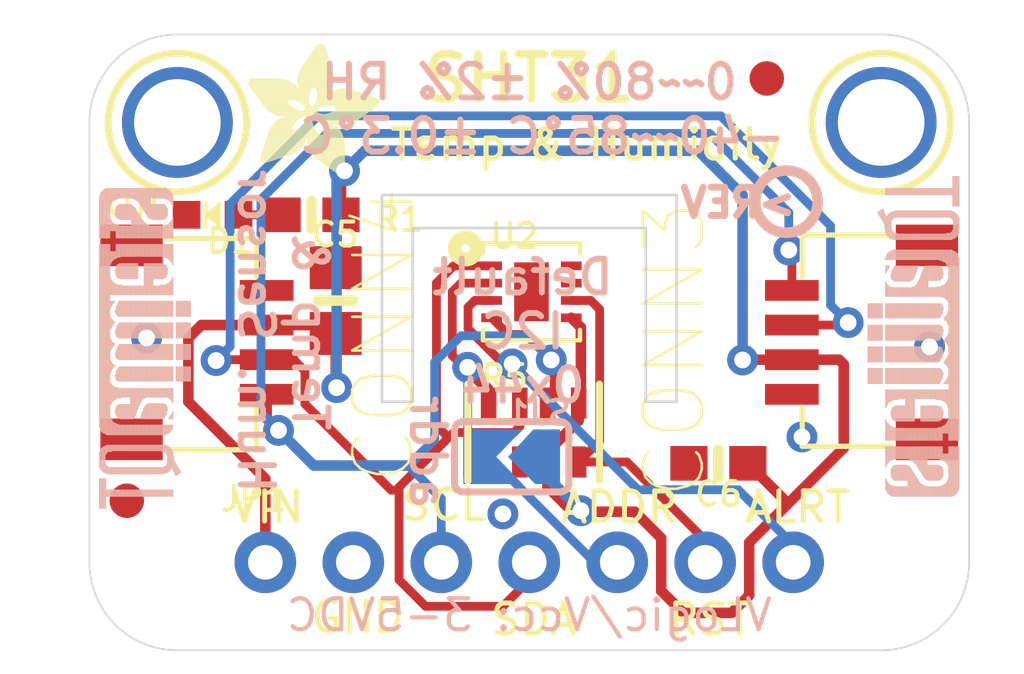
<source format=kicad_pcb>
(kicad_pcb (version 20211014) (generator pcbnew)
  (layers (0 "F.Cu" signal) (31 "B.Cu" signal) (34 "B.Paste" user) (35 "F.Paste" user) (36 "B.SilkS" user "B.Silkscreen") (37 "F.SilkS" user "F.Silkscreen") (38 "B.Mask" user) (39 "F.Mask" user) (44 "Edge.Cuts" user))
  (net 0 "")
  (net 1 "SDA")
  (net 2 "SCL")
  (net 3 "GND")
  (net 4 "VCC")
  (net 5 "N$1")
  (net 6 "~{RESET}")
  (net 7 "ALERT")
  (net 8 "ADDR")
  (footprint "boardEagle:JST_SH4" (layer "F.Cu") (at 158.5976 105.0036 90)
    (fp_text reference "CONN3" (at -4.6 -5.9 90) (layer "F.SilkS") (effects (font (size 1.703222 1.703222) (thickness 0.074778)) (justify left)))
    (fp_text value "STEMMA_I2C_QT" hide)
    (pad "1" smd rect (at -1.5 -2.514 180) (size 1.55 0.6) (layers "F.Cu" "F.Paste" "F.Mask") (net 3 "GND"))
    (pad "2" smd rect (at -0.5 -2.514 180) (size 1.55 0.6) (layers "F.Cu" "F.Paste" "F.Mask") (net 4 "VCC"))
    (pad "3" smd rect (at 0.5 -2.514 180) (size 1.55 0.6) (layers "F.Cu" "F.Paste" "F.Mask") (net 1 "SDA"))
    (pad "4" smd rect (at 1.5 -2.514 180) (size 1.55 0.6) (layers "F.Cu" "F.Paste" "F.Mask") (net 2 "SCL"))
    (pad "MT1" smd rect (at -2.8 1.386 180) (size 1.8 1.2) (layers "F.Cu" "F.Paste" "F.Mask") (net 3 "GND"))
    (pad "MT2" smd rect (at 2.8 1.386 180) (size 1.8 1.2) (layers "F.Cu" "F.Paste" "F.Mask") (net 3 "GND"))
  )
  (footprint "boardEagle:FIDUCIAL_1MM" (layer "F.Cu") (at 155.3591 97.3836)
    (fp_text reference "FID4" hide)
    (fp_text value "FIDUCIAL_1MM" hide)
    (pad "1" smd roundrect (at 0 0) (size 1 1) (layers "F.Cu" "F.Mask") (roundrect_rratio 0.5))
  )
  (footprint "boardEagle:FIDUCIAL_1MM" (layer "F.Cu") (at 136.8806 109.5756)
    (fp_text reference "FID3" hide)
    (fp_text value "FIDUCIAL_1MM" hide)
    (pad "1" smd roundrect (at 0 0) (size 1 1) (layers "F.Cu" "F.Mask") (roundrect_rratio 0.5))
  )
  (footprint "boardEagle:0805-NO" (layer "F.Cu") (at 142.9131 103.7971 90)
    (fp_text reference "C5" (at 1.905 -0.762) (layer "F.SilkS") (effects (font (size 0.692831 0.692831) (thickness 0.119969)) (justify left)))
    (fp_text value "10uF")
    (pad "1" smd rect (at -0.95 0 90) (size 1.24 1.5) (layers "F.Cu" "F.Paste" "F.Mask") (net 4 "VCC"))
    (pad "2" smd rect (at 0.95 0 90) (size 1.24 1.5) (layers "F.Cu" "F.Paste" "F.Mask") (net 3 "GND"))
  )
  (footprint "boardEagle:0603-NO" (layer "F.Cu") (at 142.2146 101.3206)
    (fp_text reference "R1" (at 1.778 0.127) (layer "F.SilkS") (effects (font (size 0.692831 0.692831) (thickness 0.119969)) (justify left)))
    (fp_text value "10K")
    (pad "1" smd rect (at -0.85 0) (size 1.075 1) (layers "F.Cu" "F.Paste" "F.Mask") (net 5 "N$1"))
    (pad "2" smd rect (at 0.85 0) (size 1.075 1) (layers "F.Cu" "F.Paste" "F.Mask") (net 4 "VCC"))
  )
  (footprint "boardEagle:MOUNTINGHOLE_2.5_PLATED" (layer "F.Cu") (at 138.3411 98.6536)
    (fp_text reference "U$19" hide)
    (fp_text value "MOUNTINGHOLE2.5" hide)
    (pad "P$1" thru_hole circle (at 0 0) (size 3.2 3.2) (drill 2.5) (layers *.Cu *.Mask))
  )
  (footprint "boardEagle:MOUNTINGHOLE_2.5_PLATED" (layer "F.Cu") (at 158.6611 98.6536)
    (fp_text reference "U$20" hide)
    (fp_text value "MOUNTINGHOLE2.5" hide)
    (pad "P$1" thru_hole circle (at 0 0) (size 3.2 3.2) (drill 2.5) (layers *.Cu *.Mask))
  )
  (footprint "boardEagle:0603-NO" (layer "F.Cu") (at 153.9621 108.4961 180)
    (fp_text reference "C6" (at -0.762 -0.889) (layer "F.SilkS") (effects (font (size 0.692831 0.692831) (thickness 0.119969)) (justify right)))
    (fp_text value "0.1uF")
    (pad "1" smd rect (at -0.85 0 180) (size 1.075 1) (layers "F.Cu" "F.Paste" "F.Mask") (net 4 "VCC"))
    (pad "2" smd rect (at 0.85 0 180) (size 1.075 1) (layers "F.Cu" "F.Paste" "F.Mask") (net 3 "GND"))
  )
  (footprint "boardEagle:1X07_ROUND_70" (layer "F.Cu") (at 148.5011 111.3536)
    (fp_text reference "JP1" (at -8.9662 -1.8288) (layer "F.SilkS") (effects (font (size 0.692831 0.692831) (thickness 0.119969)) (justify left)))
    (fp_text value "")
    (pad "1" thru_hole circle (at -7.62 0 90) (size 1.778 1.778) (drill 1) (layers *.Cu *.Mask) (net 4 "VCC"))
    (pad "2" thru_hole circle (at -5.08 0 90) (size 1.778 1.778) (drill 1) (layers *.Cu *.Mask) (net 3 "GND"))
    (pad "3" thru_hole circle (at -2.54 0 90) (size 1.778 1.778) (drill 1) (layers *.Cu *.Mask) (net 2 "SCL"))
    (pad "4" thru_hole circle (at 0 0 90) (size 1.778 1.778) (drill 1) (layers *.Cu *.Mask) (net 1 "SDA"))
    (pad "5" thru_hole circle (at 2.54 0 90) (size 1.778 1.778) (drill 1) (layers *.Cu *.Mask) (net 8 "ADDR"))
    (pad "6" thru_hole circle (at 5.08 0 90) (size 1.778 1.778) (drill 1) (layers *.Cu *.Mask) (net 6 "~{RESET}"))
    (pad "7" thru_hole circle (at 7.62 0 90) (size 1.778 1.778) (drill 1) (layers *.Cu *.Mask) (net 7 "ALERT"))
  )
  (footprint "boardEagle:CHIPLED_0603_NOOUTLINE" (layer "F.Cu") (at 139.3571 101.3206 90)
    (fp_text reference "D1" (at -0.762 1.27) (layer "F.SilkS") (effects (font (size 0.692831 0.692831) (thickness 0.119969)) (justify right)))
    (fp_text value "GREEN")
    (pad "A" smd rect (at 0 0.75 90) (size 0.8 0.8) (layers "F.Cu" "F.Paste" "F.Mask") (net 5 "N$1"))
    (pad "C" smd rect (at 0 -0.75 90) (size 0.8 0.8) (layers "F.Cu" "F.Paste" "F.Mask") (net 3 "GND"))
  )
  (footprint "" (layer "F.Cu") (at 158.6611 111.3536)
    (fp_text reference "@HOLE1" hide)
    (fp_text value "" (at 0 0) (layer "F.SilkS") (effects (font (size 1.27 1.27))))
    (pad "" np_thru_hole circle (at 0 0) (size 2.54 2.54) (drill 2.54) (layers *.Cu *.Mask))
  )
  (footprint "boardEagle:RESPACK_4X0603" (layer "F.Cu") (at 148.6281 107.6071)
    (fp_text reference "R5" (at -1.6 -1.6) (layer "F.SilkS") (effects (font (size 0.692831 0.692831) (thickness 0.119969)) (justify left)))
    (fp_text value "10K")
    (pad "1" smd rect (at -1.3 0.85) (size 0.45 0.9) (layers "F.Cu" "F.Paste" "F.Mask") (net 3 "GND"))
    (pad "2" smd rect (at -0.4 0.85) (size 0.45 0.9) (layers "F.Cu" "F.Paste" "F.Mask") (net 4 "VCC"))
    (pad "3" smd rect (at 0.4 0.85) (size 0.45 0.9) (layers "F.Cu" "F.Paste" "F.Mask") (net 4 "VCC"))
    (pad "4" smd rect (at 1.3 0.85) (size 0.45 0.9) (layers "F.Cu" "F.Paste" "F.Mask") (net 6 "~{RESET}"))
    (pad "5" smd rect (at 1.3 -0.85) (size 0.45 0.9) (layers "F.Cu" "F.Paste" "F.Mask") (net 4 "VCC"))
    (pad "6" smd rect (at 0.4 -0.85) (size 0.45 0.9) (layers "F.Cu" "F.Paste" "F.Mask") (net 2 "SCL"))
    (pad "7" smd rect (at -0.4 -0.85) (size 0.45 0.9) (layers "F.Cu" "F.Paste" "F.Mask") (net 1 "SDA"))
    (pad "8" smd rect (at -1.3 -0.85) (size 0.45 0.9) (layers "F.Cu" "F.Paste" "F.Mask") (net 8 "ADDR"))
  )
  (footprint "boardEagle:ADAFRUIT_3.5MM" (layer "F.Cu") (at 140.3731 100.1776)
    (fp_text reference "U$28" hide)
    (fp_text value "" hide)
  )
  (footprint "boardEagle:SHT3X" (layer "F.Cu") (at 148.5646 103.5431)
    (fp_text reference "U2" (at -1.265 -1.61) (layer "F.SilkS") (effects (font (size 0.692831 0.692831) (thickness 0.119969)) (justify left)))
    (fp_text value "")
    (pad "1" smd rect (at -1.15 -0.75 90) (size 0.25 0.6) (layers "F.Cu" "F.Paste" "F.Mask") (net 1 "SDA"))
    (pad "2" smd rect (at -1.15 -0.25 90) (size 0.25 0.6) (layers "F.Cu" "F.Paste" "F.Mask") (net 8 "ADDR"))
    (pad "3" smd rect (at -1.15 0.25 90) (size 0.25 0.6) (layers "F.Cu" "F.Paste" "F.Mask") (net 7 "ALERT"))
    (pad "4" smd rect (at -1.15 0.75 90) (size 0.25 0.6) (layers "F.Cu" "F.Paste" "F.Mask") (net 2 "SCL"))
    (pad "5" smd rect (at 1.15 0.75 270) (size 0.25 0.6) (layers "F.Cu" "F.Paste" "F.Mask") (net 4 "VCC"))
    (pad "6" smd rect (at 1.15 0.25 270) (size 0.25 0.6) (layers "F.Cu" "F.Paste" "F.Mask") (net 6 "~{RESET}"))
    (pad "7" smd rect (at 1.15 -0.25 270) (size 0.25 0.6) (layers "F.Cu" "F.Paste" "F.Mask") (net 3 "GND"))
    (pad "8" smd rect (at 1.15 -0.75 270) (size 0.25 0.6) (layers "F.Cu" "F.Paste" "F.Mask") (net 3 "GND"))
    (pad "THERMAL" smd rect (at 0 0) (size 1 1.7) (layers "F.Cu" "F.Paste" "F.Mask") (net 3 "GND"))
  )
  (footprint "boardEagle:JST_SH4" (layer "F.Cu") (at 138.4046 105.0036 -90)
    (fp_text reference "CONN4" (at -4.6 -5.9 90) (layer "F.SilkS") (effects (font (size 1.703222 1.703222) (thickness 0.074778)) (justify right)))
    (fp_text value "STEMMA_I2C_QT" hide)
    (pad "1" smd rect (at -1.5 -2.514) (size 1.55 0.6) (layers "F.Cu" "F.Paste" "F.Mask") (net 3 "GND"))
    (pad "2" smd rect (at -0.5 -2.514) (size 1.55 0.6) (layers "F.Cu" "F.Paste" "F.Mask") (net 4 "VCC"))
    (pad "3" smd rect (at 0.5 -2.514) (size 1.55 0.6) (layers "F.Cu" "F.Paste" "F.Mask") (net 1 "SDA"))
    (pad "4" smd rect (at 1.5 -2.514) (size 1.55 0.6) (layers "F.Cu" "F.Paste" "F.Mask") (net 2 "SCL"))
    (pad "MT1" smd rect (at -2.8 1.386) (size 1.8 1.2) (layers "F.Cu" "F.Paste" "F.Mask") (net 3 "GND"))
    (pad "MT2" smd rect (at 2.8 1.386) (size 1.8 1.2) (layers "F.Cu" "F.Paste" "F.Mask") (net 3 "GND"))
  )
  (footprint "" (layer "F.Cu") (at 138.3411 111.3536)
    (fp_text reference "@HOLE0" hide)
    (fp_text value "" (at 0 0) (layer "F.SilkS") (effects (font (size 1.27 1.27))))
    (pad "" np_thru_hole circle (at 0 0) (size 2.54 2.54) (drill 2.54) (layers *.Cu *.Mask))
  )
  (footprint "boardEagle:PCBFEAT-REV-040" (layer "B.Cu") (at 155.9306 100.9396 180)
    (fp_text reference "U$29" hide)
    (fp_text value "" hide)
    (fp_text user ">REV" (at -0.3556 -0.508) (layer "B.SilkS") (effects (font (size 0.8128 0.8128) (thickness 0.2032)) (justify left bottom mirror)))
  )
  (footprint "boardEagle:SOLDERJUMPER_ARROW_NOPASTE" (layer "B.Cu") (at 147.9931 108.3056 180)
    (fp_text reference "SJ1" (at -1.778 1.27) (layer "B.SilkS") (effects (font (size 0.692831 0.692831) (thickness 0.119969)) (justify left mirror)))
    (fp_text value "")
    (fp_poly (pts (xy 0.106121 -0.002663) (xy -0.679416 -0.7882) (xy -1.3946 -0.7882) (xy -1.3946 0.7882) (xy -0.62715 0.7882)) (layer "B.Cu") (width 0) (fill solid))
    (fp_poly (pts (xy 1.3946 -0.7882) (xy -0.315893 -0.7882) (xy 0.443148 0) (xy -0.315893 0.7882) (xy 1.3946 0.7882)) (layer "B.Cu") (width 0) (fill solid))
    (pad "1" smd roundrect (at -1.016 0 180) (size 0.762 1.524) (layers "B.Cu") (net 4 "VCC"))
    (pad "2" smd roundrect (at 1.016 0 180) (size 0.762 1.524) (layers "B.Cu") (net 8 "ADDR"))
  )
  (footprint "boardEagle:STEMMAQT" (layer "B.Cu") (at 138.7221 100.5586 -90)
    (fp_text reference "U$31" hide)
    (fp_text value "" hide)
  )
  (footprint "boardEagle:STEMMAQT" (layer "B.Cu") (at 158.2801 109.4486 90)
    (fp_text reference "U$30" hide)
    (fp_text value "" hide)
  )
  (gr_line (start 151.8666 101.7016) (end 145.1356 101.7016) (layer "Edge.Cuts") (width 0.0762))
  (gr_arc (start 135.8011 98.6536) (mid 136.545049 96.857549) (end 138.3411 96.1136) (layer "Edge.Cuts") (width 0.05))
  (gr_line (start 135.8011 98.6536) (end 135.8011 111.3536) (layer "Edge.Cuts") (width 0.05))
  (gr_arc (start 138.3411 113.8936) (mid 136.545049 113.149651) (end 135.8011 111.3536) (layer "Edge.Cuts") (width 0.05))
  (gr_line (start 152.7556 106.7181) (end 151.8666 106.7181) (layer "Edge.Cuts") (width 0.0762))
  (gr_line (start 152.7556 100.7491) (end 152.7556 106.7181) (layer "Edge.Cuts") (width 0.0762))
  (gr_line (start 144.2466 106.7181) (end 144.2466 100.7491) (layer "Edge.Cuts") (width 0.0762))
  (gr_line (start 151.8666 106.7181) (end 151.8666 101.7016) (layer "Edge.Cuts") (width 0.0762))
  (gr_line (start 145.1356 106.7181) (end 144.2466 106.7181) (layer "Edge.Cuts") (width 0.0762))
  (gr_line (start 145.1356 101.7016) (end 145.1356 106.7181) (layer "Edge.Cuts") (width 0.0762))
  (gr_line (start 158.6611 96.1136) (end 138.3411 96.1136) (layer "Edge.Cuts") (width 0.05))
  (gr_line (start 161.2011 111.3536) (end 161.2011 98.6536) (layer "Edge.Cuts") (width 0.05))
  (gr_line (start 138.3411 113.8936) (end 158.6611 113.8936) (layer "Edge.Cuts") (width 0.05))
  (gr_arc (start 158.6611 96.1136) (mid 160.457151 96.857549) (end 161.2011 98.6536) (layer "Edge.Cuts") (width 0.05))
  (gr_arc (start 161.2011 111.3536) (mid 160.457151 113.149651) (end 158.6611 113.8936) (layer "Edge.Cuts") (width 0.05))
  (gr_line (start 144.2466 100.7491) (end 152.7556 100.7491) (layer "Edge.Cuts") (width 0.0762))
  (gr_text "0~~80% ±2% RH\n-40~~85°C ±0.3°C " (at 148.5011 98.2726) (layer "B.SilkS") (effects (font (size 0.97155 0.97155) (thickness 0.17145)) (justify mirror)))
  (gr_text "Default\nI2C\n0x44" (at 148.3106 104.6861) (layer "B.SilkS") (effects (font (size 0.97155 0.97155) (thickness 0.17145)) (justify mirror)))
  (gr_text "VLogic/Vcc: 3-5VDC" (at 148.5011 112.8776) (layer "B.SilkS") (effects (font (size 0.89408 0.89408) (thickness 0.12192)) (justify mirror)))
  (gr_text "Temp &\nHum. Sensor" (at 141.3891 104.6861 -90) (layer "B.SilkS") (effects (font (size 0.97155 0.97155) (thickness 0.17145)) (justify mirror)))
  (gr_text "addr" (at 145.5801 108.1786 -90) (layer "B.SilkS") (effects (font (size 0.97155 0.97155) (thickness 0.17145)) (justify mirror)))
  (gr_text "SDA" (at 148.6281 113.0046) (layer "F.SilkS") (effects (font (size 0.87376 0.87376) (thickness 0.14224))))
  (gr_text "ALRT" (at 156.2481 109.7661) (layer "F.SilkS") (effects (font (size 0.87376 0.87376) (thickness 0.14224))))
  (gr_text "ADDR" (at 151.1046 109.7661) (layer "F.SilkS") (effects (font (size 0.87376 0.87376) (thickness 0.14224))))
  (gr_text "on" (at 136.1821 101.4476) (layer "F.SilkS") (effects (font (size 0.89408 0.89408) (thickness 0.12192)) (justify left bottom)))
  (gr_text "SHT31" (at 148.5011 97.3836) (layer "F.SilkS") (effects (font (size 1.2954 1.2954) (thickness 0.2286))))
  (gr_text "Temp & Humidity" (at 150.1521 99.2886) (layer "F.SilkS") (effects (font (size 0.8636 0.8636) (thickness 0.1524))))
  (gr_text "VIN" (at 140.9446 109.7661) (layer "F.SilkS") (effects (font (size 0.87376 0.87376) (thickness 0.14224))))
  (gr_text "SCL" (at 146.0246 109.7026) (layer "F.SilkS") (effects (font (size 0.87376 0.87376) (thickness 0.14224))))
  (gr_text "RST" (at 153.7081 113.0046) (layer "F.SilkS") (effects (font (size 0.87376 0.87376) (thickness 0.14224))))
  (gr_text "GND" (at 143.5481 112.9411) (layer "F.SilkS") (effects (font (size 0.87376 0.87376) (thickness 0.14224))))
  (segment (start 142.0241 105.8291) (end 141.6986 105.5036) (width 0.254) (layer "F.Cu") (net 1))
  (segment (start 144.7419 109.2708) (end 144.7419 109.1819) (width 0.254) (layer "F.Cu") (net 1))
  (segment (start 146.1516 107.7341) (end 146.1897 107.7341) (width 0.254) (layer "F.Cu") (net 1))
  (segment (start 145.506887 112.6236) (end 147.7391 112.6236) (width 0.254) (layer "F.Cu") (net 1))
  (segment (start 145.8214 107.4039) (end 146.1516 107.7341) (width 0.254) (layer "F.Cu") (net 1))
  (segment (start 142.0241 106.7816) (end 142.0241 105.8291) (width 0.254) (layer "F.Cu") (net 1))
  (segment (start 144.7419 109.1819) (end 146.1897 107.7341) (width 0.254) (layer "F.Cu") (net 1))
  (segment (start 146.1897 107.7341) (end 146.3167 107.6071) (width 0.254) (layer "F.Cu") (net 1))
  (segment (start 144.7419 109.2708) (end 144.5133 109.2708) (width 0.254) (layer "F.Cu") (net 1))
  (segment (start 148.2281 107.4356) (end 148.2281 106.7571) (width 0.254) (layer "F.Cu") (net 1))
  (segment (start 157.6371 104.5036) (end 156.0836 104.5036) (width 0.254) (layer "F.Cu") (net 1))
  (segment (start 139.483112 105.5036) (end 139.4587 105.528013) (width 0.254) (layer "F.Cu") (net 1))
  (segment (start 147.7391 112.6236) (end 148.5011 111.8616) (width 0.254) (layer "F.Cu") (net 1))
  (segment (start 148.5011 111.8616) (end 148.5011 111.3536) (width 0.254) (layer "F.Cu") (net 1))
  (segment (start 140.9186 105.5036) (end 139.483112 105.5036) (width 0.254) (layer "F.Cu") (net 1))
  (segment (start 141.6986 105.5036) (end 140.9186 105.5036) (width 0.3048) (layer "F.Cu") (net 1))
  (segment (start 144.5133 109.2708) (end 142.0241 106.7816) (width 0.254) (layer "F.Cu") (net 1))
  (segment (start 157.7086 104.4321) (end 157.6371 104.5036) (width 0.254) (layer "F.Cu") (net 1))
  (segment (start 147.4146 102.7931) (end 146.318518 102.7931) (width 0.254) (layer "F.Cu") (net 1))
  (segment (start 145.8214 103.290219) (end 145.8214 107.4039) (width 0.254) (layer "F.Cu") (net 1))
  (segment (start 146.318518 102.7931) (end 145.8214 103.290219) (width 0.254) (layer "F.Cu") (net 1))
  (segment (start 148.0566 107.6071) (end 148.2281 107.4356) (width 0.254) (layer "F.Cu") (net 1))
  (segment (start 146.3167 107.6071) (end 148.0566 107.6071) (width 0.254) (layer "F.Cu") (net 1))
  (segment (start 144.7419 111.858613) (end 145.506887 112.6236) (width 0.254) (layer "F.Cu") (net 1))
  (segment (start 144.7419 109.2708) (end 144.7419 111.858613) (width 0.254) (layer "F.Cu") (net 1))
  (via (at 139.4587 105.528013) (size 0.889) (drill 0.4826) (layers "F.Cu" "B.Cu") (net 1))
  (via (at 157.7086 104.4321) (size 0.889) (drill 0.4826) (layers "F.Cu" "B.Cu") (net 1))
  (segment (start 157.2006 103.9241) (end 157.7086 104.4321) (width 0.254) (layer "B.Cu") (net 1))
  (segment (start 139.8651 105.121613) (end 139.8651 101.0031) (width 0.254) (layer "B.Cu") (net 1))
  (segment (start 154.0256 98.4631) (end 157.2006 101.6381) (width 0.254) (layer "B.Cu") (net 1))
  (segment (start 157.2006 101.6381) (end 157.2006 103.9241) (width 0.254) (layer "B.Cu") (net 1))
  (segment (start 139.4587 105.528013) (end 139.8651 105.121613) (width 0.254) (layer "B.Cu") (net 1))
  (segment (start 139.8651 101.0031) (end 142.4051 98.4631) (width 0.254) (layer "B.Cu") (net 1))
  (segment (start 142.4051 98.4631) (end 154.0256 98.4631) (width 0.254) (layer "B.Cu") (net 1))
  (segment (start 148.40335 104.77885) (end 147.90035 104.77885) (width 0.254) (layer "F.Cu") (net 2))
  (segment (start 149.1361 105.5116) (end 149.2186 105.5941) (width 0.254) (layer "F.Cu") (net 2))
  (segment (start 156.0836 102.4261) (end 155.9941 102.3366) (width 0.254) (layer "F.Cu") (net 2))
  (segment (start 156.0836 103.5036) (end 156.0836 102.4261) (width 0.254) (layer "F.Cu") (net 2))
  (segment (start 149.2186 105.5941) (end 149.2186 106.5666) (width 0.254) (layer "F.Cu") (net 2))
  (segment (start 147.4146 104.2931) (end 147.90035 104.77885) (width 0.254) (layer "F.Cu") (net 2))
  (segment (start 149.2186 106.5666) (end 149.0281 106.7571) (width 0.254) (layer "F.Cu") (net 2))
  (segment (start 141.2621 107.5436) (end 140.9186 107.2001) (width 0.3048) (layer "F.Cu") (net 2))
  (segment (start 140.9186 106.5036) (end 140.9186 107.2001) (width 0.3048) (layer "F.Cu") (net 2))
  (segment (start 149.1361 105.5116) (end 148.40335 104.77885) (width 0.254) (layer "F.Cu") (net 2))
  (via (at 149.1361 105.5116) (size 0.889) (drill 0.4826) (layers "F.Cu" "B.Cu") (net 2))
  (via (at 141.2621 107.5436) (size 0.889) (drill 0.4826) (layers "F.Cu" "B.Cu") (net 2))
  (via (at 155.9941 102.3366) (size 0.889) (drill 0.4826) (layers "F.Cu" "B.Cu") (net 2))
  (segment (start 140.7541 107.0356) (end 141.2621 107.5436) (width 0.254) (layer "B.Cu") (net 2))
  (segment (start 146.5326 104.8131) (end 145.7706 105.5751) (width 0.254) (layer "B.Cu") (net 2))
  (segment (start 153.7081 98.9711) (end 142.6591 98.9711) (width 0.254) (layer "B.Cu") (net 2))
  (segment (start 145.9611 109.5121) (end 145.0086 108.5596) (width 0.254) (layer "B.Cu") (net 2))
  (segment (start 148.4376 104.8131) (end 146.5326 104.8131) (width 0.254) (layer "B.Cu") (net 2))
  (segment (start 149.1361 105.5116) (end 148.4376 104.8131) (width 0.254) (layer "B.Cu") (net 2))
  (segment (start 140.7541 100.8761) (end 140.7541 107.0356) (width 0.254) (layer "B.Cu") (net 2))
  (segment (start 145.7706 105.5751) (end 145.7706 107.7976) (width 0.254) (layer "B.Cu") (net 2))
  (segment (start 142.2781 108.5596) (end 145.0086 108.5596) (width 0.3048) (layer "B.Cu") (net 2))
  (segment (start 141.2621 107.5436) (end 142.2781 108.5596) (width 0.3048) (layer "B.Cu") (net 2))
  (segment (start 145.9611 111.3536) (end 145.9611 109.5121) (width 0.254) (layer "B.Cu") (net 2))
  (segment (start 155.9941 101.2571) (end 153.7081 98.9711) (width 0.254) (layer "B.Cu") (net 2))
  (segment (start 155.9941 102.3366) (end 155.9941 101.2571) (width 0.254) (layer "B.Cu") (net 2))
  (segment (start 145.7706 107.7976) (end 145.0086 108.5596) (width 0.254) (layer "B.Cu") (net 2))
  (segment (start 142.6591 98.9711) (end 140.7541 100.8761) (width 0.254) (layer "B.Cu") (net 2))
  (via (at 156.3751 107.7341) (size 0.889) (drill 0.4826) (layers "F.Cu" "B.Cu") (net 3))
  (via (at 137.4521 104.8766) (size 0.889) (drill 0.4826) (layers "F.Cu" "B.Cu") (net 3))
  (via (at 160.0581 105.1306) (size 0.889) (drill 0.4826) (layers "F.Cu" "B.Cu") (net 3))
  (via (at 147.7391 109.9566) (size 0.889) (drill 0.4826) (layers "F.Cu" "B.Cu") (net 3))
  (segment (start 149.990996 109.863704) (end 150.122703 109.863704) (width 0.3048) (layer "F.Cu") (net 4))
  (segment (start 154.8511 112.3061) (end 154.8511 110.7821) (width 0.3048) (layer "F.Cu") (net 4))
  (segment (start 157.5816 108.0516) (end 157.5816 105.6386) (width 0.3048) (layer "F.Cu") (net 4))
  (segment (start 154.3431 112.8141) (end 154.8511 112.3061) (width 0.3048) (layer "F.Cu") (net 4))
  (segment (start 154.8121 108.4961) (end 155.9306 109.6146) (width 0.3048) (layer "F.Cu") (net 4))
  (segment (start 154.8511 110.7821) (end 155.9306 109.7026) (width 0.3048) (layer "F.Cu") (net 4))
  (segment (start 150.122703 109.863704) (end 150.1521 109.8931) (width 0.3048) (layer "F.Cu") (net 4))
  (segment (start 152.9461 112.8141) (end 154.3431 112.8141) (width 0.3048) (layer "F.Cu") (net 4))
  (segment (start 138.6586 104.8766) (end 138.6586 106.7181) (width 0.3048) (layer "F.Cu") (net 4))
  (segment (start 149.0281 108.4571) (end 148.2281 108.4571) (width 0.3048) (layer "F.Cu") (net 4))
  (segment (start 149.0281 108.4571) (end 149.0281 108.1596) (width 0.3048) (layer "F.Cu") (net 4))
  (segment (start 157.4466 105.5036) (end 156.0836 105.5036) (width 0.3048) (layer "F.Cu") (net 4))
  (segment (start 149.0281 109.1756) (end 149.0281 108.4571) (width 0.3048) (layer "F.Cu") (net 4))
  (segment (start 142.9131 104.7471) (end 142.9131 106.285088) (width 0.3048) (layer "F.Cu") (net 4))
  (segment (start 149.0281 109.1756) (end 149.7456 109.8931) (width 0.3048) (layer "F.Cu") (net 4))
  (segment (start 149.9281 107.2596) (end 149.9281 106.7571) (width 0.3048) (layer "F.Cu") (net 4))
  (segment (start 143.0646 100.1531) (end 143.1671 100.0506) (width 0.3048) (layer "F.Cu") (net 4))
  (segment (start 150.1521 109.8931) (end 151.5491 109.8931) (width 0.3048) (layer "F.Cu") (net 4))
  (segment (start 149.7456 109.8931) (end 150.1521 109.8931) (width 0.3048) (layer "F.Cu") (net 4))
  (segment (start 149.9916 106.6936) (end 149.9281 106.7571) (width 0.3048) (layer "F.Cu") (net 4))
  (segment (start 149.0281 108.1596) (end 149.9281 107.2596) (width 0.3048) (layer "F.Cu") (net 4))
  (segment (start 140.9186 104.5036) (end 139.0316 104.5036) (width 0.3048) (layer "F.Cu") (net 4))
  (segment (start 151.5491 109.8931) (end 152.3111 110.6551) (width 0.3048) (layer "F.Cu") (net 4))
  (segment (start 139.0316 104.5036) (end 138.6586 104.8766) (width 0.3048) (layer "F.Cu") (net 4))
  (segment (start 138.6586 106.7181) (end 140.8811 108.9406) (width 0.3048) (layer "F.Cu") (net 4))
  (segment (start 152.3111 112.1791) (end 152.9461 112.8141) (width 0.3048) (layer "F.Cu") (net 4))
  (segment (start 156.0836 105.5036) (end 154.6686 105.5036) (width 0.3048) (layer "F.Cu") (net 4))
  (segment (start 142.9131 106.285088) (end 142.939106 106.311094) (width 0.3048) (layer "F.Cu") (net 4))
  (segment (start 154.6686 105.5036) (end 154.6606 105.5116) (width 0.3048) (layer "F.Cu") (net 4))
  (segment (start 155.9306 109.7026) (end 157.5816 108.0516) (width 0.3048) (layer "F.Cu") (net 4))
  (segment (start 155.9306 109.6146) (end 155.9306 109.7026) (width 0.3048) (layer "F.Cu") (net 4))
  (segment (start 142.6696 104.5036) (end 142.9131 104.7471) (width 0.3048) (layer "F.Cu") (net 4))
  (segment (start 152.3111 110.6551) (end 152.3111 112.1791) (width 0.3048) (layer "F.Cu") (net 4))
  (segment (start 140.8811 108.9406) (end 140.8811 111.3536) (width 0.3048) (layer "F.Cu") (net 4))
  (segment (start 143.0646 101.3206) (end 143.0646 100.1531) (width 0.3048) (layer "F.Cu") (net 4))
  (segment (start 142.6696 104.5036) (end 140.9186 104.5036) (width 0.3048) (layer "F.Cu") (net 4))
  (segment (start 149.7146 104.2931) (end 149.9916 104.5701) (width 0.3048) (layer "F.Cu") (net 4))
  (segment (start 149.9916 104.5701) (end 149.9916 106.6936) (width 0.3048) (layer "F.Cu") (net 4))
  (segment (start 157.5816 105.6386) (end 157.4466 105.5036) (width 0.3048) (layer "F.Cu") (net 4))
  (via (at 143.1671 100.0506) (size 0.889) (drill 0.4826) (layers "F.Cu" "B.Cu") (net 4))
  (via (at 154.6606 105.5116) (size 0.889) (drill 0.4826) (layers "F.Cu" "B.Cu") (net 4))
  (via (at 149.990996 109.863704) (size 0.889) (drill 0.4826) (layers "F.Cu" "B.Cu") (net 4))
  (via (at 142.939106 106.311094) (size 0.889) (drill 0.4826) (layers "F.Cu" "B.Cu") (net 4))
  (segment (start 149.0091 108.3056) (end 149.0091 108.881807) (width 0.3048) (layer "B.Cu") (net 4))
  (segment (start 154.6606 100.7491) (end 153.3826 99.4711) (width 0.3048) (layer "B.Cu") (net 4))
  (segment (start 149.0091 108.881807) (end 149.990996 109.863704) (width 0.3048) (layer "B.Cu") (net 4))
  (segment (start 143.7466 99.4711) (end 153.3826 99.4711) (width 0.3048) (layer "B.Cu") (net 4))
  (segment (start 154.6606 105.5116) (end 154.6606 100.7491) (width 0.3048) (layer "B.Cu") (net 4))
  (segment (start 142.939106 106.311094) (end 142.939106 100.278594) (width 0.3048) (layer "B.Cu") (net 4))
  (segment (start 142.939106 100.278594) (end 143.1671 100.0506) (width 0.3048) (layer "B.Cu") (net 4))
  (segment (start 143.1671 100.0506) (end 143.7466 99.4711) (width 0.3048) (layer "B.Cu") (net 4))
  (segment (start 140.1071 101.3206) (end 141.3646 101.3206) (width 0.254) (layer "F.Cu") (net 5))
  (segment (start 153.5811 110.7186) (end 151.3196 108.4571) (width 0.254) (layer "F.Cu") (net 6))
  (segment (start 149.9281 108.4571) (end 151.3196 108.4571) (width 0.254) (layer "F.Cu") (net 6))
  (segment (start 150.5331 104.0511) (end 150.5331 107.8521) (width 0.254) (layer "F.Cu") (net 6))
  (segment (start 150.5331 107.8521) (end 149.9281 108.4571) (width 0.254) (layer "F.Cu") (net 6))
  (segment (start 153.5811 110.7186) (end 153.5811 111.3536) (width 0.254) (layer "F.Cu") (net 6))
  (segment (start 149.7146 103.7931) (end 150.2751 103.7931) (width 0.254) (layer "F.Cu") (net 6))
  (segment (start 150.2751 103.7931) (end 150.5331 104.0511) (width 0.254) (layer "F.Cu") (net 6))
  (segment (start 147.7518 105.6259) (end 148.0058 105.6259) (width 0.254) (layer "F.Cu") (net 7))
  (segment (start 146.7358 103.9876) (end 146.7358 104.6099) (width 0.254) (layer "F.Cu") (net 7))
  (segment (start 147.7518 105.6259) (end 146.7358 104.6099) (width 0.254) (layer "F.Cu") (net 7))
  (segment (start 147.4146 103.7931) (end 146.9303 103.7931) (width 0.254) (layer "F.Cu") (net 7))
  (segment (start 146.9303 103.7931) (end 146.7358 103.9876) (width 0.254) (layer "F.Cu") (net 7))
  (via (at 148.0058 105.6259) (size 0.889) (drill 0.4826) (layers "F.Cu" "B.Cu") (net 7))
  (segment (start 156.1211 110.8456) (end 156.1211 111.3536) (width 0.254) (layer "B.Cu") (net 7))
  (segment (start 151.638 109.2581) (end 154.5336 109.2581) (width 0.254) (layer "B.Cu") (net 7))
  (segment (start 148.0058 105.6259) (end 151.638 109.2581) (width 0.254) (layer "B.Cu") (net 7))
  (segment (start 154.5336 109.2581) (end 156.1211 110.8456) (width 0.254) (layer "B.Cu") (net 7))
  (segment (start 147.4146 103.2931) (end 146.5286 103.2931) (width 0.254) (layer "F.Cu") (net 8))
  (segment (start 146.2786 103.5431) (end 146.2786 105.3846) (width 0.254) (layer "F.Cu") (net 8))
  (segment (start 147.3281 106.7571) (end 147.3281 106.3279) (width 0.254) (layer "F.Cu") (net 8))
  (segment (start 147.3281 106.4341) (end 147.3281 106.7571) (width 0.254) (layer "F.Cu") (net 8))
  (segment (start 147.3281 106.3279) (end 146.7231 105.7229) (width 0.254) (layer "F.Cu") (net 8))
  (segment (start 146.2786 105.3846) (end 147.3281 106.4341) (width 0.254) (layer "F.Cu") (net 8))
  (segment (start 146.5286 103.2931) (end 146.2786 103.5431) (width 0.254) (layer "F.Cu") (net 8))
  (via (at 146.7231 105.7229) (size 0.889) (drill 0.4826) (layers "F.Cu" "B.Cu") (net 8))
  (segment (start 151.0411 111.3536) (end 150.3853 111.3536) (width 0.254) (layer "B.Cu") (net 8))
  (segment (start 146.9771 108.3056) (end 146.9771 107.9454) (width 0.3048) (layer "B.Cu") (net 8))
  (segment (start 146.9032 107.8715) (end 146.7231 107.6914) (width 0.254) (layer "B.Cu") (net 8))
  (segment (start 146.7231 105.7229) (end 146.7231 107.6914) (width 0.254) (layer "B.Cu") (net 8))
  (segment (start 150.3853 111.3536) (end 146.9032 107.8715) (width 0.254) (layer "B.Cu") (net 8))
  (segment (start 146.9771 107.9454) (end 146.9032 107.8715) (width 0.3048) (layer "B.Cu") (net 8))
)
</source>
